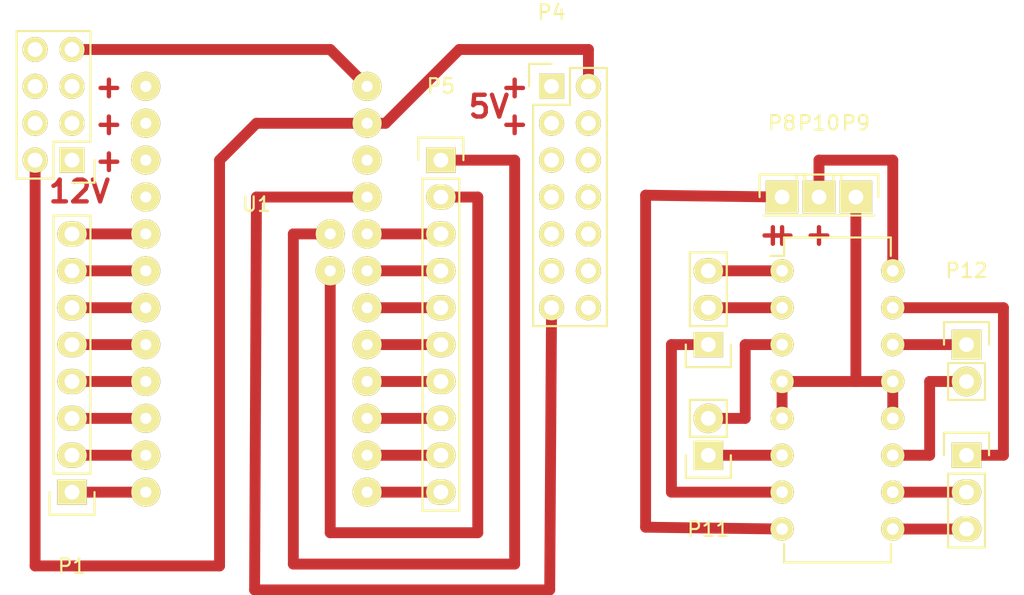
<source format=kicad_pcb>
(kicad_pcb (version 4) (host pcbnew 4.0.2+dfsg1-stable)

  (general
    (links 38)
    (no_connects 0)
    (area 0 0 0 0)
    (thickness 1.6)
    (drawings 10)
    (tracks 69)
    (zones 0)
    (modules 13)
    (nets 58)
  )

  (page A4)
  (layers
    (0 F.Cu signal)
    (31 B.Cu signal)
    (32 B.Adhes user)
    (33 F.Adhes user)
    (34 B.Paste user)
    (35 F.Paste user)
    (36 B.SilkS user)
    (37 F.SilkS user)
    (38 B.Mask user)
    (39 F.Mask user)
    (40 Dwgs.User user)
    (41 Cmts.User user)
    (42 Eco1.User user)
    (43 Eco2.User user)
    (44 Edge.Cuts user)
    (45 Margin user)
    (46 B.CrtYd user)
    (47 F.CrtYd user)
    (48 B.Fab user)
    (49 F.Fab user)
  )

  (setup
    (last_trace_width 0.75)
    (trace_clearance 0.2)
    (zone_clearance 0.508)
    (zone_45_only no)
    (trace_min 0.2)
    (segment_width 0.2)
    (edge_width 0.15)
    (via_size 0.6)
    (via_drill 0.4)
    (via_min_size 0.4)
    (via_min_drill 0.3)
    (uvia_size 0.3)
    (uvia_drill 0.1)
    (uvias_allowed no)
    (uvia_min_size 0.2)
    (uvia_min_drill 0.1)
    (pcb_text_width 0.3)
    (pcb_text_size 1.5 1.5)
    (mod_edge_width 0.15)
    (mod_text_size 1 1)
    (mod_text_width 0.15)
    (pad_size 1.524 1.524)
    (pad_drill 0.762)
    (pad_to_mask_clearance 0.2)
    (aux_axis_origin 0 0)
    (visible_elements FFFFFF7F)
    (pcbplotparams
      (layerselection 0x00030_80000001)
      (usegerberextensions false)
      (excludeedgelayer true)
      (linewidth 0.100000)
      (plotframeref false)
      (viasonmask false)
      (mode 1)
      (useauxorigin false)
      (hpglpennumber 1)
      (hpglpenspeed 20)
      (hpglpendiameter 15)
      (hpglpenoverlay 2)
      (psnegative false)
      (psa4output false)
      (plotreference true)
      (plotvalue true)
      (plotinvisibletext false)
      (padsonsilk false)
      (subtractmaskfromsilk false)
      (outputformat 1)
      (mirror false)
      (drillshape 1)
      (scaleselection 1)
      (outputdirectory ""))
  )

  (net 0 "")
  (net 1 "Net-(P6-Pad1)")
  (net 2 "Net-(P6-Pad2)")
  (net 3 "Net-(P6-Pad3)")
  (net 4 "Net-(P7-Pad1)")
  (net 5 "Net-(P7-Pad2)")
  (net 6 "Net-(P7-Pad3)")
  (net 7 "Net-(P8-Pad1)")
  (net 8 "Net-(P9-Pad1)")
  (net 9 "Net-(P10-Pad1)")
  (net 10 "Net-(P11-Pad1)")
  (net 11 "Net-(P11-Pad2)")
  (net 12 "Net-(P12-Pad1)")
  (net 13 "Net-(P12-Pad2)")
  (net 14 "Net-(P1-Pad1)")
  (net 15 "Net-(P1-Pad2)")
  (net 16 "Net-(P1-Pad3)")
  (net 17 "Net-(P1-Pad4)")
  (net 18 "Net-(P1-Pad5)")
  (net 19 "Net-(P1-Pad6)")
  (net 20 "Net-(P1-Pad7)")
  (net 21 "Net-(P1-Pad8)")
  (net 22 "Net-(P2-Pad1)")
  (net 23 "Net-(P2-Pad2)")
  (net 24 "Net-(P2-Pad3)")
  (net 25 "Net-(P2-Pad4)")
  (net 26 "Net-(P2-Pad5)")
  (net 27 "Net-(P2-Pad6)")
  (net 28 "Net-(P2-Pad7)")
  (net 29 "Net-(P2-Pad8)")
  (net 30 "Net-(P4-Pad1)")
  (net 31 "Net-(P4-Pad3)")
  (net 32 "Net-(P4-Pad4)")
  (net 33 "Net-(P4-Pad5)")
  (net 34 "Net-(P4-Pad6)")
  (net 35 "Net-(P4-Pad7)")
  (net 36 "Net-(P4-Pad8)")
  (net 37 "Net-(P4-Pad9)")
  (net 38 "Net-(P4-Pad10)")
  (net 39 "Net-(P4-Pad11)")
  (net 40 "Net-(P4-Pad12)")
  (net 41 "Net-(P4-Pad13)")
  (net 42 "Net-(P4-Pad14)")
  (net 43 "Net-(P5-Pad1)")
  (net 44 "Net-(P5-Pad2)")
  (net 45 "Net-(P5-Pad3)")
  (net 46 "Net-(P5-Pad4)")
  (net 47 "Net-(P5-Pad5)")
  (net 48 "Net-(P5-Pad6)")
  (net 49 "Net-(P5-Pad7)")
  (net 50 "Net-(P5-Pad8)")
  (net 51 "Net-(P5-Pad9)")
  (net 52 "Net-(P5-Pad10)")
  (net 53 "Net-(U1-Pad9)")
  (net 54 "Net-(U1-Pad32)")
  (net 55 "Net-(U1-Pad33)")
  (net 56 "Net-(U1-Pad34)")
  (net 57 "Net-(U1-Pad35)")

  (net_class Default "This is the default net class."
    (clearance 0.2)
    (trace_width 0.75)
    (via_dia 0.6)
    (via_drill 0.4)
    (uvia_dia 0.3)
    (uvia_drill 0.1)
    (add_net "Net-(P1-Pad1)")
    (add_net "Net-(P1-Pad2)")
    (add_net "Net-(P1-Pad3)")
    (add_net "Net-(P1-Pad4)")
    (add_net "Net-(P1-Pad5)")
    (add_net "Net-(P1-Pad6)")
    (add_net "Net-(P1-Pad7)")
    (add_net "Net-(P1-Pad8)")
    (add_net "Net-(P10-Pad1)")
    (add_net "Net-(P11-Pad1)")
    (add_net "Net-(P11-Pad2)")
    (add_net "Net-(P12-Pad1)")
    (add_net "Net-(P12-Pad2)")
    (add_net "Net-(P2-Pad1)")
    (add_net "Net-(P2-Pad2)")
    (add_net "Net-(P2-Pad3)")
    (add_net "Net-(P2-Pad4)")
    (add_net "Net-(P2-Pad5)")
    (add_net "Net-(P2-Pad6)")
    (add_net "Net-(P2-Pad7)")
    (add_net "Net-(P2-Pad8)")
    (add_net "Net-(P4-Pad1)")
    (add_net "Net-(P4-Pad10)")
    (add_net "Net-(P4-Pad11)")
    (add_net "Net-(P4-Pad12)")
    (add_net "Net-(P4-Pad13)")
    (add_net "Net-(P4-Pad14)")
    (add_net "Net-(P4-Pad3)")
    (add_net "Net-(P4-Pad4)")
    (add_net "Net-(P4-Pad5)")
    (add_net "Net-(P4-Pad6)")
    (add_net "Net-(P4-Pad7)")
    (add_net "Net-(P4-Pad8)")
    (add_net "Net-(P4-Pad9)")
    (add_net "Net-(P5-Pad1)")
    (add_net "Net-(P5-Pad10)")
    (add_net "Net-(P5-Pad2)")
    (add_net "Net-(P5-Pad3)")
    (add_net "Net-(P5-Pad4)")
    (add_net "Net-(P5-Pad5)")
    (add_net "Net-(P5-Pad6)")
    (add_net "Net-(P5-Pad7)")
    (add_net "Net-(P5-Pad8)")
    (add_net "Net-(P5-Pad9)")
    (add_net "Net-(P6-Pad1)")
    (add_net "Net-(P6-Pad2)")
    (add_net "Net-(P6-Pad3)")
    (add_net "Net-(P7-Pad1)")
    (add_net "Net-(P7-Pad2)")
    (add_net "Net-(P7-Pad3)")
    (add_net "Net-(P8-Pad1)")
    (add_net "Net-(P9-Pad1)")
    (add_net "Net-(U1-Pad32)")
    (add_net "Net-(U1-Pad33)")
    (add_net "Net-(U1-Pad34)")
    (add_net "Net-(U1-Pad35)")
    (add_net "Net-(U1-Pad9)")
  )

  (module Pin_Headers:Pin_Header_Straight_1x03 (layer F.Cu) (tedit 0) (tstamp 573AC3F8)
    (at 140.335 96.52 180)
    (descr "Through hole pin header")
    (tags "pin header")
    (path /573ACD16)
    (fp_text reference P6 (at 0 -5.1 180) (layer F.SilkS)
      (effects (font (size 1 1) (thickness 0.15)))
    )
    (fp_text value CONTROL1 (at 0 -3.1 180) (layer F.Fab)
      (effects (font (size 1 1) (thickness 0.15)))
    )
    (fp_line (start -1.75 -1.75) (end -1.75 6.85) (layer F.CrtYd) (width 0.05))
    (fp_line (start 1.75 -1.75) (end 1.75 6.85) (layer F.CrtYd) (width 0.05))
    (fp_line (start -1.75 -1.75) (end 1.75 -1.75) (layer F.CrtYd) (width 0.05))
    (fp_line (start -1.75 6.85) (end 1.75 6.85) (layer F.CrtYd) (width 0.05))
    (fp_line (start -1.27 1.27) (end -1.27 6.35) (layer F.SilkS) (width 0.15))
    (fp_line (start -1.27 6.35) (end 1.27 6.35) (layer F.SilkS) (width 0.15))
    (fp_line (start 1.27 6.35) (end 1.27 1.27) (layer F.SilkS) (width 0.15))
    (fp_line (start 1.55 -1.55) (end 1.55 0) (layer F.SilkS) (width 0.15))
    (fp_line (start 1.27 1.27) (end -1.27 1.27) (layer F.SilkS) (width 0.15))
    (fp_line (start -1.55 0) (end -1.55 -1.55) (layer F.SilkS) (width 0.15))
    (fp_line (start -1.55 -1.55) (end 1.55 -1.55) (layer F.SilkS) (width 0.15))
    (pad 1 thru_hole rect (at 0 0 180) (size 2.032 1.7272) (drill 1.016) (layers *.Cu *.Mask F.SilkS)
      (net 1 "Net-(P6-Pad1)"))
    (pad 2 thru_hole oval (at 0 2.54 180) (size 2.032 1.7272) (drill 1.016) (layers *.Cu *.Mask F.SilkS)
      (net 2 "Net-(P6-Pad2)"))
    (pad 3 thru_hole oval (at 0 5.08 180) (size 2.032 1.7272) (drill 1.016) (layers *.Cu *.Mask F.SilkS)
      (net 3 "Net-(P6-Pad3)"))
    (model Pin_Headers.3dshapes/Pin_Header_Straight_1x03.wrl
      (at (xyz 0 -0.1 0))
      (scale (xyz 1 1 1))
      (rotate (xyz 0 0 90))
    )
  )

  (module Pin_Headers:Pin_Header_Straight_1x03 (layer F.Cu) (tedit 0) (tstamp 573AC40A)
    (at 158.115 104.14)
    (descr "Through hole pin header")
    (tags "pin header")
    (path /573ACD17)
    (fp_text reference P7 (at 0 -5.1) (layer F.SilkS)
      (effects (font (size 1 1) (thickness 0.15)))
    )
    (fp_text value CONTROL2 (at 0 -3.1) (layer F.Fab)
      (effects (font (size 1 1) (thickness 0.15)))
    )
    (fp_line (start -1.75 -1.75) (end -1.75 6.85) (layer F.CrtYd) (width 0.05))
    (fp_line (start 1.75 -1.75) (end 1.75 6.85) (layer F.CrtYd) (width 0.05))
    (fp_line (start -1.75 -1.75) (end 1.75 -1.75) (layer F.CrtYd) (width 0.05))
    (fp_line (start -1.75 6.85) (end 1.75 6.85) (layer F.CrtYd) (width 0.05))
    (fp_line (start -1.27 1.27) (end -1.27 6.35) (layer F.SilkS) (width 0.15))
    (fp_line (start -1.27 6.35) (end 1.27 6.35) (layer F.SilkS) (width 0.15))
    (fp_line (start 1.27 6.35) (end 1.27 1.27) (layer F.SilkS) (width 0.15))
    (fp_line (start 1.55 -1.55) (end 1.55 0) (layer F.SilkS) (width 0.15))
    (fp_line (start 1.27 1.27) (end -1.27 1.27) (layer F.SilkS) (width 0.15))
    (fp_line (start -1.55 0) (end -1.55 -1.55) (layer F.SilkS) (width 0.15))
    (fp_line (start -1.55 -1.55) (end 1.55 -1.55) (layer F.SilkS) (width 0.15))
    (pad 1 thru_hole rect (at 0 0) (size 2.032 1.7272) (drill 1.016) (layers *.Cu *.Mask F.SilkS)
      (net 4 "Net-(P7-Pad1)"))
    (pad 2 thru_hole oval (at 0 2.54) (size 2.032 1.7272) (drill 1.016) (layers *.Cu *.Mask F.SilkS)
      (net 5 "Net-(P7-Pad2)"))
    (pad 3 thru_hole oval (at 0 5.08) (size 2.032 1.7272) (drill 1.016) (layers *.Cu *.Mask F.SilkS)
      (net 6 "Net-(P7-Pad3)"))
    (model Pin_Headers.3dshapes/Pin_Header_Straight_1x03.wrl
      (at (xyz 0 -0.1 0))
      (scale (xyz 1 1 1))
      (rotate (xyz 0 0 90))
    )
  )

  (module Pin_Headers:Pin_Header_Straight_1x01 (layer F.Cu) (tedit 54EA08DC) (tstamp 573AC417)
    (at 145.415 86.36)
    (descr "Through hole pin header")
    (tags "pin header")
    (path /573ACD14)
    (fp_text reference P8 (at 0 -5.1) (layer F.SilkS)
      (effects (font (size 1 1) (thickness 0.15)))
    )
    (fp_text value 35V (at 0 -3.1) (layer F.Fab)
      (effects (font (size 1 1) (thickness 0.15)))
    )
    (fp_line (start 1.55 -1.55) (end 1.55 0) (layer F.SilkS) (width 0.15))
    (fp_line (start -1.75 -1.75) (end -1.75 1.75) (layer F.CrtYd) (width 0.05))
    (fp_line (start 1.75 -1.75) (end 1.75 1.75) (layer F.CrtYd) (width 0.05))
    (fp_line (start -1.75 -1.75) (end 1.75 -1.75) (layer F.CrtYd) (width 0.05))
    (fp_line (start -1.75 1.75) (end 1.75 1.75) (layer F.CrtYd) (width 0.05))
    (fp_line (start -1.55 0) (end -1.55 -1.55) (layer F.SilkS) (width 0.15))
    (fp_line (start -1.55 -1.55) (end 1.55 -1.55) (layer F.SilkS) (width 0.15))
    (fp_line (start -1.27 1.27) (end 1.27 1.27) (layer F.SilkS) (width 0.15))
    (pad 1 thru_hole rect (at 0 0) (size 2.2352 2.2352) (drill 1.016) (layers *.Cu *.Mask F.SilkS)
      (net 7 "Net-(P8-Pad1)"))
    (model Pin_Headers.3dshapes/Pin_Header_Straight_1x01.wrl
      (at (xyz 0 0 0))
      (scale (xyz 1 1 1))
      (rotate (xyz 0 0 90))
    )
  )

  (module Pin_Headers:Pin_Header_Straight_1x01 (layer F.Cu) (tedit 54EA08DC) (tstamp 573AC424)
    (at 150.495 86.36)
    (descr "Through hole pin header")
    (tags "pin header")
    (path /573ACD15)
    (fp_text reference P9 (at 0 -5.1) (layer F.SilkS)
      (effects (font (size 1 1) (thickness 0.15)))
    )
    (fp_text value GND (at 0 -3.1) (layer F.Fab)
      (effects (font (size 1 1) (thickness 0.15)))
    )
    (fp_line (start 1.55 -1.55) (end 1.55 0) (layer F.SilkS) (width 0.15))
    (fp_line (start -1.75 -1.75) (end -1.75 1.75) (layer F.CrtYd) (width 0.05))
    (fp_line (start 1.75 -1.75) (end 1.75 1.75) (layer F.CrtYd) (width 0.05))
    (fp_line (start -1.75 -1.75) (end 1.75 -1.75) (layer F.CrtYd) (width 0.05))
    (fp_line (start -1.75 1.75) (end 1.75 1.75) (layer F.CrtYd) (width 0.05))
    (fp_line (start -1.55 0) (end -1.55 -1.55) (layer F.SilkS) (width 0.15))
    (fp_line (start -1.55 -1.55) (end 1.55 -1.55) (layer F.SilkS) (width 0.15))
    (fp_line (start -1.27 1.27) (end 1.27 1.27) (layer F.SilkS) (width 0.15))
    (pad 1 thru_hole rect (at 0 0) (size 2.2352 2.2352) (drill 1.016) (layers *.Cu *.Mask F.SilkS)
      (net 8 "Net-(P9-Pad1)"))
    (model Pin_Headers.3dshapes/Pin_Header_Straight_1x01.wrl
      (at (xyz 0 0 0))
      (scale (xyz 1 1 1))
      (rotate (xyz 0 0 90))
    )
  )

  (module Pin_Headers:Pin_Header_Straight_1x01 (layer F.Cu) (tedit 54EA08DC) (tstamp 573AC431)
    (at 147.955 86.36)
    (descr "Through hole pin header")
    (tags "pin header")
    (path /573ACD13)
    (fp_text reference P10 (at 0 -5.1) (layer F.SilkS)
      (effects (font (size 1 1) (thickness 0.15)))
    )
    (fp_text value 5V (at 0 -3.1) (layer F.Fab)
      (effects (font (size 1 1) (thickness 0.15)))
    )
    (fp_line (start 1.55 -1.55) (end 1.55 0) (layer F.SilkS) (width 0.15))
    (fp_line (start -1.75 -1.75) (end -1.75 1.75) (layer F.CrtYd) (width 0.05))
    (fp_line (start 1.75 -1.75) (end 1.75 1.75) (layer F.CrtYd) (width 0.05))
    (fp_line (start -1.75 -1.75) (end 1.75 -1.75) (layer F.CrtYd) (width 0.05))
    (fp_line (start -1.75 1.75) (end 1.75 1.75) (layer F.CrtYd) (width 0.05))
    (fp_line (start -1.55 0) (end -1.55 -1.55) (layer F.SilkS) (width 0.15))
    (fp_line (start -1.55 -1.55) (end 1.55 -1.55) (layer F.SilkS) (width 0.15))
    (fp_line (start -1.27 1.27) (end 1.27 1.27) (layer F.SilkS) (width 0.15))
    (pad 1 thru_hole rect (at 0 0) (size 2.2352 2.2352) (drill 1.016) (layers *.Cu *.Mask F.SilkS)
      (net 9 "Net-(P10-Pad1)"))
    (model Pin_Headers.3dshapes/Pin_Header_Straight_1x01.wrl
      (at (xyz 0 0 0))
      (scale (xyz 1 1 1))
      (rotate (xyz 0 0 90))
    )
  )

  (module Pin_Headers:Pin_Header_Straight_1x02 (layer F.Cu) (tedit 54EA090C) (tstamp 573AC442)
    (at 140.335 104.14 180)
    (descr "Through hole pin header")
    (tags "pin header")
    (path /573ACD18)
    (fp_text reference P11 (at 0 -5.1 180) (layer F.SilkS)
      (effects (font (size 1 1) (thickness 0.15)))
    )
    (fp_text value OUT1 (at 0 -3.1 180) (layer F.Fab)
      (effects (font (size 1 1) (thickness 0.15)))
    )
    (fp_line (start 1.27 1.27) (end 1.27 3.81) (layer F.SilkS) (width 0.15))
    (fp_line (start 1.55 -1.55) (end 1.55 0) (layer F.SilkS) (width 0.15))
    (fp_line (start -1.75 -1.75) (end -1.75 4.3) (layer F.CrtYd) (width 0.05))
    (fp_line (start 1.75 -1.75) (end 1.75 4.3) (layer F.CrtYd) (width 0.05))
    (fp_line (start -1.75 -1.75) (end 1.75 -1.75) (layer F.CrtYd) (width 0.05))
    (fp_line (start -1.75 4.3) (end 1.75 4.3) (layer F.CrtYd) (width 0.05))
    (fp_line (start 1.27 1.27) (end -1.27 1.27) (layer F.SilkS) (width 0.15))
    (fp_line (start -1.55 0) (end -1.55 -1.55) (layer F.SilkS) (width 0.15))
    (fp_line (start -1.55 -1.55) (end 1.55 -1.55) (layer F.SilkS) (width 0.15))
    (fp_line (start -1.27 1.27) (end -1.27 3.81) (layer F.SilkS) (width 0.15))
    (fp_line (start -1.27 3.81) (end 1.27 3.81) (layer F.SilkS) (width 0.15))
    (pad 1 thru_hole rect (at 0 0 180) (size 2.032 2.032) (drill 1.016) (layers *.Cu *.Mask F.SilkS)
      (net 10 "Net-(P11-Pad1)"))
    (pad 2 thru_hole oval (at 0 2.54 180) (size 2.032 2.032) (drill 1.016) (layers *.Cu *.Mask F.SilkS)
      (net 11 "Net-(P11-Pad2)"))
    (model Pin_Headers.3dshapes/Pin_Header_Straight_1x02.wrl
      (at (xyz 0 -0.05 0))
      (scale (xyz 1 1 1))
      (rotate (xyz 0 0 90))
    )
  )

  (module Pin_Headers:Pin_Header_Straight_1x02 (layer F.Cu) (tedit 54EA090C) (tstamp 573AC453)
    (at 158.115 96.52)
    (descr "Through hole pin header")
    (tags "pin header")
    (path /573ACD19)
    (fp_text reference P12 (at 0 -5.1) (layer F.SilkS)
      (effects (font (size 1 1) (thickness 0.15)))
    )
    (fp_text value OUT2 (at 0 -3.1) (layer F.Fab)
      (effects (font (size 1 1) (thickness 0.15)))
    )
    (fp_line (start 1.27 1.27) (end 1.27 3.81) (layer F.SilkS) (width 0.15))
    (fp_line (start 1.55 -1.55) (end 1.55 0) (layer F.SilkS) (width 0.15))
    (fp_line (start -1.75 -1.75) (end -1.75 4.3) (layer F.CrtYd) (width 0.05))
    (fp_line (start 1.75 -1.75) (end 1.75 4.3) (layer F.CrtYd) (width 0.05))
    (fp_line (start -1.75 -1.75) (end 1.75 -1.75) (layer F.CrtYd) (width 0.05))
    (fp_line (start -1.75 4.3) (end 1.75 4.3) (layer F.CrtYd) (width 0.05))
    (fp_line (start 1.27 1.27) (end -1.27 1.27) (layer F.SilkS) (width 0.15))
    (fp_line (start -1.55 0) (end -1.55 -1.55) (layer F.SilkS) (width 0.15))
    (fp_line (start -1.55 -1.55) (end 1.55 -1.55) (layer F.SilkS) (width 0.15))
    (fp_line (start -1.27 1.27) (end -1.27 3.81) (layer F.SilkS) (width 0.15))
    (fp_line (start -1.27 3.81) (end 1.27 3.81) (layer F.SilkS) (width 0.15))
    (pad 1 thru_hole rect (at 0 0) (size 2.032 2.032) (drill 1.016) (layers *.Cu *.Mask F.SilkS)
      (net 12 "Net-(P12-Pad1)"))
    (pad 2 thru_hole oval (at 0 2.54) (size 2.032 2.032) (drill 1.016) (layers *.Cu *.Mask F.SilkS)
      (net 13 "Net-(P12-Pad2)"))
    (model Pin_Headers.3dshapes/Pin_Header_Straight_1x02.wrl
      (at (xyz 0 -0.05 0))
      (scale (xyz 1 1 1))
      (rotate (xyz 0 0 90))
    )
  )

  (module Housings_DIP:DIP-16_W7.62mm (layer F.Cu) (tedit 54130A77) (tstamp 573AC472)
    (at 145.415 91.44)
    (descr "16-lead dip package, row spacing 7.62 mm (300 mils)")
    (tags "dil dip 2.54 300")
    (path /573ACD12)
    (fp_text reference U2 (at 0 -5.22) (layer F.SilkS)
      (effects (font (size 1 1) (thickness 0.15)))
    )
    (fp_text value L293D (at 0 -3.72) (layer F.Fab)
      (effects (font (size 1 1) (thickness 0.15)))
    )
    (fp_line (start -1.05 -2.45) (end -1.05 20.25) (layer F.CrtYd) (width 0.05))
    (fp_line (start 8.65 -2.45) (end 8.65 20.25) (layer F.CrtYd) (width 0.05))
    (fp_line (start -1.05 -2.45) (end 8.65 -2.45) (layer F.CrtYd) (width 0.05))
    (fp_line (start -1.05 20.25) (end 8.65 20.25) (layer F.CrtYd) (width 0.05))
    (fp_line (start 0.135 -2.295) (end 0.135 -1.025) (layer F.SilkS) (width 0.15))
    (fp_line (start 7.485 -2.295) (end 7.485 -1.025) (layer F.SilkS) (width 0.15))
    (fp_line (start 7.485 20.075) (end 7.485 18.805) (layer F.SilkS) (width 0.15))
    (fp_line (start 0.135 20.075) (end 0.135 18.805) (layer F.SilkS) (width 0.15))
    (fp_line (start 0.135 -2.295) (end 7.485 -2.295) (layer F.SilkS) (width 0.15))
    (fp_line (start 0.135 20.075) (end 7.485 20.075) (layer F.SilkS) (width 0.15))
    (fp_line (start 0.135 -1.025) (end -0.8 -1.025) (layer F.SilkS) (width 0.15))
    (pad 1 thru_hole oval (at 0 0) (size 1.6 1.6) (drill 0.8) (layers *.Cu *.Mask F.SilkS)
      (net 3 "Net-(P6-Pad3)"))
    (pad 2 thru_hole oval (at 0 2.54) (size 1.6 1.6) (drill 0.8) (layers *.Cu *.Mask F.SilkS)
      (net 2 "Net-(P6-Pad2)"))
    (pad 3 thru_hole oval (at 0 5.08) (size 1.6 1.6) (drill 0.8) (layers *.Cu *.Mask F.SilkS)
      (net 11 "Net-(P11-Pad2)"))
    (pad 4 thru_hole oval (at 0 7.62) (size 1.6 1.6) (drill 0.8) (layers *.Cu *.Mask F.SilkS)
      (net 8 "Net-(P9-Pad1)"))
    (pad 5 thru_hole oval (at 0 10.16) (size 1.6 1.6) (drill 0.8) (layers *.Cu *.Mask F.SilkS)
      (net 8 "Net-(P9-Pad1)"))
    (pad 6 thru_hole oval (at 0 12.7) (size 1.6 1.6) (drill 0.8) (layers *.Cu *.Mask F.SilkS)
      (net 10 "Net-(P11-Pad1)"))
    (pad 7 thru_hole oval (at 0 15.24) (size 1.6 1.6) (drill 0.8) (layers *.Cu *.Mask F.SilkS)
      (net 1 "Net-(P6-Pad1)"))
    (pad 8 thru_hole oval (at 0 17.78) (size 1.6 1.6) (drill 0.8) (layers *.Cu *.Mask F.SilkS)
      (net 7 "Net-(P8-Pad1)"))
    (pad 9 thru_hole oval (at 7.62 17.78) (size 1.6 1.6) (drill 0.8) (layers *.Cu *.Mask F.SilkS)
      (net 6 "Net-(P7-Pad3)"))
    (pad 10 thru_hole oval (at 7.62 15.24) (size 1.6 1.6) (drill 0.8) (layers *.Cu *.Mask F.SilkS)
      (net 5 "Net-(P7-Pad2)"))
    (pad 11 thru_hole oval (at 7.62 12.7) (size 1.6 1.6) (drill 0.8) (layers *.Cu *.Mask F.SilkS)
      (net 13 "Net-(P12-Pad2)"))
    (pad 12 thru_hole oval (at 7.62 10.16) (size 1.6 1.6) (drill 0.8) (layers *.Cu *.Mask F.SilkS)
      (net 8 "Net-(P9-Pad1)"))
    (pad 13 thru_hole oval (at 7.62 7.62) (size 1.6 1.6) (drill 0.8) (layers *.Cu *.Mask F.SilkS)
      (net 8 "Net-(P9-Pad1)"))
    (pad 14 thru_hole oval (at 7.62 5.08) (size 1.6 1.6) (drill 0.8) (layers *.Cu *.Mask F.SilkS)
      (net 12 "Net-(P12-Pad1)"))
    (pad 15 thru_hole oval (at 7.62 2.54) (size 1.6 1.6) (drill 0.8) (layers *.Cu *.Mask F.SilkS)
      (net 4 "Net-(P7-Pad1)"))
    (pad 16 thru_hole oval (at 7.62 0) (size 1.6 1.6) (drill 0.8) (layers *.Cu *.Mask F.SilkS)
      (net 9 "Net-(P10-Pad1)"))
    (model Housings_DIP.3dshapes/DIP-16_W7.62mm.wrl
      (at (xyz 0 0 0))
      (scale (xyz 1 1 1))
      (rotate (xyz 0 0 0))
    )
  )

  (module Pin_Headers:Pin_Header_Straight_1x08 (layer F.Cu) (tedit 0) (tstamp 573C5D4C)
    (at 96.52 106.68 180)
    (descr "Through hole pin header")
    (tags "pin header")
    (path /573AC3EE)
    (fp_text reference P1 (at 0 -5.1 180) (layer F.SilkS)
      (effects (font (size 1 1) (thickness 0.15)))
    )
    (fp_text value CONN_01X08 (at 0 -3.1 180) (layer F.Fab)
      (effects (font (size 1 1) (thickness 0.15)))
    )
    (fp_line (start -1.75 -1.75) (end -1.75 19.55) (layer F.CrtYd) (width 0.05))
    (fp_line (start 1.75 -1.75) (end 1.75 19.55) (layer F.CrtYd) (width 0.05))
    (fp_line (start -1.75 -1.75) (end 1.75 -1.75) (layer F.CrtYd) (width 0.05))
    (fp_line (start -1.75 19.55) (end 1.75 19.55) (layer F.CrtYd) (width 0.05))
    (fp_line (start 1.27 1.27) (end 1.27 19.05) (layer F.SilkS) (width 0.15))
    (fp_line (start 1.27 19.05) (end -1.27 19.05) (layer F.SilkS) (width 0.15))
    (fp_line (start -1.27 19.05) (end -1.27 1.27) (layer F.SilkS) (width 0.15))
    (fp_line (start 1.55 -1.55) (end 1.55 0) (layer F.SilkS) (width 0.15))
    (fp_line (start 1.27 1.27) (end -1.27 1.27) (layer F.SilkS) (width 0.15))
    (fp_line (start -1.55 0) (end -1.55 -1.55) (layer F.SilkS) (width 0.15))
    (fp_line (start -1.55 -1.55) (end 1.55 -1.55) (layer F.SilkS) (width 0.15))
    (pad 1 thru_hole rect (at 0 0 180) (size 2.032 1.7272) (drill 1.016) (layers *.Cu *.Mask F.SilkS)
      (net 14 "Net-(P1-Pad1)"))
    (pad 2 thru_hole oval (at 0 2.54 180) (size 2.032 1.7272) (drill 1.016) (layers *.Cu *.Mask F.SilkS)
      (net 15 "Net-(P1-Pad2)"))
    (pad 3 thru_hole oval (at 0 5.08 180) (size 2.032 1.7272) (drill 1.016) (layers *.Cu *.Mask F.SilkS)
      (net 16 "Net-(P1-Pad3)"))
    (pad 4 thru_hole oval (at 0 7.62 180) (size 2.032 1.7272) (drill 1.016) (layers *.Cu *.Mask F.SilkS)
      (net 17 "Net-(P1-Pad4)"))
    (pad 5 thru_hole oval (at 0 10.16 180) (size 2.032 1.7272) (drill 1.016) (layers *.Cu *.Mask F.SilkS)
      (net 18 "Net-(P1-Pad5)"))
    (pad 6 thru_hole oval (at 0 12.7 180) (size 2.032 1.7272) (drill 1.016) (layers *.Cu *.Mask F.SilkS)
      (net 19 "Net-(P1-Pad6)"))
    (pad 7 thru_hole oval (at 0 15.24 180) (size 2.032 1.7272) (drill 1.016) (layers *.Cu *.Mask F.SilkS)
      (net 20 "Net-(P1-Pad7)"))
    (pad 8 thru_hole oval (at 0 17.78 180) (size 2.032 1.7272) (drill 1.016) (layers *.Cu *.Mask F.SilkS)
      (net 21 "Net-(P1-Pad8)"))
    (model Pin_Headers.3dshapes/Pin_Header_Straight_1x08.wrl
      (at (xyz 0 -0.35 0))
      (scale (xyz 1 1 1))
      (rotate (xyz 0 0 90))
    )
  )

  (module Pin_Headers:Pin_Header_Straight_2x07 (layer F.Cu) (tedit 0) (tstamp 573C5D88)
    (at 129.54 78.74)
    (descr "Through hole pin header")
    (tags "pin header")
    (path /573AD732)
    (fp_text reference P4 (at 0 -5.1) (layer F.SilkS)
      (effects (font (size 1 1) (thickness 0.15)))
    )
    (fp_text value CONN_02X07 (at 0 -3.1) (layer F.Fab)
      (effects (font (size 1 1) (thickness 0.15)))
    )
    (fp_line (start -1.75 -1.75) (end -1.75 17) (layer F.CrtYd) (width 0.05))
    (fp_line (start 4.3 -1.75) (end 4.3 17) (layer F.CrtYd) (width 0.05))
    (fp_line (start -1.75 -1.75) (end 4.3 -1.75) (layer F.CrtYd) (width 0.05))
    (fp_line (start -1.75 17) (end 4.3 17) (layer F.CrtYd) (width 0.05))
    (fp_line (start 3.81 16.51) (end 3.81 -1.27) (layer F.SilkS) (width 0.15))
    (fp_line (start -1.27 1.27) (end -1.27 16.51) (layer F.SilkS) (width 0.15))
    (fp_line (start 3.81 16.51) (end -1.27 16.51) (layer F.SilkS) (width 0.15))
    (fp_line (start 3.81 -1.27) (end 1.27 -1.27) (layer F.SilkS) (width 0.15))
    (fp_line (start 0 -1.55) (end -1.55 -1.55) (layer F.SilkS) (width 0.15))
    (fp_line (start 1.27 -1.27) (end 1.27 1.27) (layer F.SilkS) (width 0.15))
    (fp_line (start 1.27 1.27) (end -1.27 1.27) (layer F.SilkS) (width 0.15))
    (fp_line (start -1.55 -1.55) (end -1.55 0) (layer F.SilkS) (width 0.15))
    (pad 1 thru_hole rect (at 0 0) (size 1.7272 1.7272) (drill 1.016) (layers *.Cu *.Mask F.SilkS)
      (net 30 "Net-(P4-Pad1)"))
    (pad 2 thru_hole oval (at 2.54 0) (size 1.7272 1.7272) (drill 1.016) (layers *.Cu *.Mask F.SilkS)
      (net 23 "Net-(P2-Pad2)"))
    (pad 3 thru_hole oval (at 0 2.54) (size 1.7272 1.7272) (drill 1.016) (layers *.Cu *.Mask F.SilkS)
      (net 31 "Net-(P4-Pad3)"))
    (pad 4 thru_hole oval (at 2.54 2.54) (size 1.7272 1.7272) (drill 1.016) (layers *.Cu *.Mask F.SilkS)
      (net 32 "Net-(P4-Pad4)"))
    (pad 5 thru_hole oval (at 0 5.08) (size 1.7272 1.7272) (drill 1.016) (layers *.Cu *.Mask F.SilkS)
      (net 33 "Net-(P4-Pad5)"))
    (pad 6 thru_hole oval (at 2.54 5.08) (size 1.7272 1.7272) (drill 1.016) (layers *.Cu *.Mask F.SilkS)
      (net 34 "Net-(P4-Pad6)"))
    (pad 7 thru_hole oval (at 0 7.62) (size 1.7272 1.7272) (drill 1.016) (layers *.Cu *.Mask F.SilkS)
      (net 35 "Net-(P4-Pad7)"))
    (pad 8 thru_hole oval (at 2.54 7.62) (size 1.7272 1.7272) (drill 1.016) (layers *.Cu *.Mask F.SilkS)
      (net 36 "Net-(P4-Pad8)"))
    (pad 9 thru_hole oval (at 0 10.16) (size 1.7272 1.7272) (drill 1.016) (layers *.Cu *.Mask F.SilkS)
      (net 37 "Net-(P4-Pad9)"))
    (pad 10 thru_hole oval (at 2.54 10.16) (size 1.7272 1.7272) (drill 1.016) (layers *.Cu *.Mask F.SilkS)
      (net 38 "Net-(P4-Pad10)"))
    (pad 11 thru_hole oval (at 0 12.7) (size 1.7272 1.7272) (drill 1.016) (layers *.Cu *.Mask F.SilkS)
      (net 39 "Net-(P4-Pad11)"))
    (pad 12 thru_hole oval (at 2.54 12.7) (size 1.7272 1.7272) (drill 1.016) (layers *.Cu *.Mask F.SilkS)
      (net 40 "Net-(P4-Pad12)"))
    (pad 13 thru_hole oval (at 0 15.24) (size 1.7272 1.7272) (drill 1.016) (layers *.Cu *.Mask F.SilkS)
      (net 41 "Net-(P4-Pad13)"))
    (pad 14 thru_hole oval (at 2.54 15.24) (size 1.7272 1.7272) (drill 1.016) (layers *.Cu *.Mask F.SilkS)
      (net 42 "Net-(P4-Pad14)"))
    (model Pin_Headers.3dshapes/Pin_Header_Straight_2x07.wrl
      (at (xyz 0.05 -0.3 0))
      (scale (xyz 1 1 1))
      (rotate (xyz 0 0 90))
    )
  )

  (module Pin_Headers:Pin_Header_Straight_1x10 (layer F.Cu) (tedit 0) (tstamp 573C5DA1)
    (at 121.92 83.82)
    (descr "Through hole pin header")
    (tags "pin header")
    (path /573AC174)
    (fp_text reference P5 (at 0 -5.1) (layer F.SilkS)
      (effects (font (size 1 1) (thickness 0.15)))
    )
    (fp_text value CONN_01X10 (at 0 -3.1) (layer F.Fab)
      (effects (font (size 1 1) (thickness 0.15)))
    )
    (fp_line (start -1.75 -1.75) (end -1.75 24.65) (layer F.CrtYd) (width 0.05))
    (fp_line (start 1.75 -1.75) (end 1.75 24.65) (layer F.CrtYd) (width 0.05))
    (fp_line (start -1.75 -1.75) (end 1.75 -1.75) (layer F.CrtYd) (width 0.05))
    (fp_line (start -1.75 24.65) (end 1.75 24.65) (layer F.CrtYd) (width 0.05))
    (fp_line (start 1.27 1.27) (end 1.27 24.13) (layer F.SilkS) (width 0.15))
    (fp_line (start 1.27 24.13) (end -1.27 24.13) (layer F.SilkS) (width 0.15))
    (fp_line (start -1.27 24.13) (end -1.27 1.27) (layer F.SilkS) (width 0.15))
    (fp_line (start 1.55 -1.55) (end 1.55 0) (layer F.SilkS) (width 0.15))
    (fp_line (start 1.27 1.27) (end -1.27 1.27) (layer F.SilkS) (width 0.15))
    (fp_line (start -1.55 0) (end -1.55 -1.55) (layer F.SilkS) (width 0.15))
    (fp_line (start -1.55 -1.55) (end 1.55 -1.55) (layer F.SilkS) (width 0.15))
    (pad 1 thru_hole rect (at 0 0) (size 2.032 1.7272) (drill 1.016) (layers *.Cu *.Mask F.SilkS)
      (net 43 "Net-(P5-Pad1)"))
    (pad 2 thru_hole oval (at 0 2.54) (size 2.032 1.7272) (drill 1.016) (layers *.Cu *.Mask F.SilkS)
      (net 44 "Net-(P5-Pad2)"))
    (pad 3 thru_hole oval (at 0 5.08) (size 2.032 1.7272) (drill 1.016) (layers *.Cu *.Mask F.SilkS)
      (net 45 "Net-(P5-Pad3)"))
    (pad 4 thru_hole oval (at 0 7.62) (size 2.032 1.7272) (drill 1.016) (layers *.Cu *.Mask F.SilkS)
      (net 46 "Net-(P5-Pad4)"))
    (pad 5 thru_hole oval (at 0 10.16) (size 2.032 1.7272) (drill 1.016) (layers *.Cu *.Mask F.SilkS)
      (net 47 "Net-(P5-Pad5)"))
    (pad 6 thru_hole oval (at 0 12.7) (size 2.032 1.7272) (drill 1.016) (layers *.Cu *.Mask F.SilkS)
      (net 48 "Net-(P5-Pad6)"))
    (pad 7 thru_hole oval (at 0 15.24) (size 2.032 1.7272) (drill 1.016) (layers *.Cu *.Mask F.SilkS)
      (net 49 "Net-(P5-Pad7)"))
    (pad 8 thru_hole oval (at 0 17.78) (size 2.032 1.7272) (drill 1.016) (layers *.Cu *.Mask F.SilkS)
      (net 50 "Net-(P5-Pad8)"))
    (pad 9 thru_hole oval (at 0 20.32) (size 2.032 1.7272) (drill 1.016) (layers *.Cu *.Mask F.SilkS)
      (net 51 "Net-(P5-Pad9)"))
    (pad 10 thru_hole oval (at 0 22.86) (size 2.032 1.7272) (drill 1.016) (layers *.Cu *.Mask F.SilkS)
      (net 52 "Net-(P5-Pad10)"))
    (model Pin_Headers.3dshapes/Pin_Header_Straight_1x10.wrl
      (at (xyz 0 -0.45 0))
      (scale (xyz 1 1 1))
      (rotate (xyz 0 0 90))
    )
  )

  (module bugs:arduino_mini_pro (layer F.Cu) (tedit 573AC46D) (tstamp 573C5DBF)
    (at 109.22 86.36)
    (path /573AC110)
    (fp_text reference U1 (at 0 0.5) (layer F.SilkS)
      (effects (font (size 1 1) (thickness 0.15)))
    )
    (fp_text value Arduino_Mini (at 0 -0.5) (layer F.Fab)
      (effects (font (size 1 1) (thickness 0.15)))
    )
    (pad 7 thru_hole circle (at 7.62 -7.62) (size 2 2) (drill 0.762) (layers *.Cu *.Mask F.SilkS)
      (net 28 "Net-(P2-Pad7)"))
    (pad 8 thru_hole circle (at 7.62 -5.08) (size 2 2) (drill 0.762) (layers *.Cu *.Mask F.SilkS)
      (net 23 "Net-(P2-Pad2)"))
    (pad 9 thru_hole circle (at 7.62 -2.54) (size 2 2) (drill 0.762) (layers *.Cu *.Mask F.SilkS)
      (net 53 "Net-(U1-Pad9)"))
    (pad 10 thru_hole circle (at 7.62 0) (size 2 2) (drill 0.762) (layers *.Cu *.Mask F.SilkS)
      (net 41 "Net-(P4-Pad13)"))
    (pad 11 thru_hole circle (at 7.62 2.54) (size 2 2) (drill 0.762) (layers *.Cu *.Mask F.SilkS)
      (net 45 "Net-(P5-Pad3)"))
    (pad 15 thru_hole circle (at 7.62 12.7) (size 2 2) (drill 0.762) (layers *.Cu *.Mask F.SilkS)
      (net 49 "Net-(P5-Pad7)"))
    (pad 16 thru_hole circle (at 7.62 15.24) (size 2 2) (drill 0.762) (layers *.Cu *.Mask F.SilkS)
      (net 50 "Net-(P5-Pad8)"))
    (pad 17 thru_hole circle (at 7.62 17.78) (size 2 2) (drill 0.762) (layers *.Cu *.Mask F.SilkS)
      (net 51 "Net-(P5-Pad9)"))
    (pad 18 thru_hole circle (at 7.62 20.32) (size 2 2) (drill 0.762) (layers *.Cu *.Mask F.SilkS)
      (net 52 "Net-(P5-Pad10)"))
    (pad 22 thru_hole circle (at 5.08 2.54) (size 2 2) (drill 0.762) (layers *.Cu *.Mask F.SilkS)
      (net 43 "Net-(P5-Pad1)"))
    (pad 23 thru_hole circle (at 5.08 5.08) (size 2 2) (drill 0.762) (layers *.Cu *.Mask F.SilkS)
      (net 44 "Net-(P5-Pad2)"))
    (pad 27 thru_hole circle (at -7.62 12.7) (size 2 2) (drill 0.762) (layers *.Cu *.Mask F.SilkS)
      (net 17 "Net-(P1-Pad4)"))
    (pad 28 thru_hole circle (at -7.62 10.16) (size 2 2) (drill 0.762) (layers *.Cu *.Mask F.SilkS)
      (net 18 "Net-(P1-Pad5)"))
    (pad 29 thru_hole circle (at -7.62 7.62) (size 2 2) (drill 0.762) (layers *.Cu *.Mask F.SilkS)
      (net 19 "Net-(P1-Pad6)"))
    (pad 30 thru_hole circle (at -7.62 5.08) (size 2 2) (drill 0.762) (layers *.Cu *.Mask F.SilkS)
      (net 20 "Net-(P1-Pad7)"))
    (pad 31 thru_hole circle (at -7.62 2.54) (size 2 2) (drill 0.762) (layers *.Cu *.Mask F.SilkS)
      (net 21 "Net-(P1-Pad8)"))
    (pad 32 thru_hole circle (at -7.62 0) (size 2 2) (drill 0.762) (layers *.Cu *.Mask F.SilkS)
      (net 54 "Net-(U1-Pad32)"))
    (pad 33 thru_hole circle (at -7.62 -2.54) (size 2 2) (drill 0.762) (layers *.Cu *.Mask F.SilkS)
      (net 55 "Net-(U1-Pad33)"))
    (pad 34 thru_hole circle (at -7.62 -5.08) (size 2 2) (drill 0.762) (layers *.Cu *.Mask F.SilkS)
      (net 56 "Net-(U1-Pad34)"))
    (pad 35 thru_hole circle (at -7.62 -7.62) (size 2 2) (drill 0.762) (layers *.Cu *.Mask F.SilkS)
      (net 57 "Net-(U1-Pad35)"))
    (pad 26 thru_hole circle (at -7.62 15.24) (size 2 2) (drill 0.762) (layers *.Cu *.Mask F.SilkS)
      (net 16 "Net-(P1-Pad3)"))
    (pad 25 thru_hole circle (at -7.62 17.78) (size 2 2) (drill 0.762) (layers *.Cu *.Mask F.SilkS)
      (net 15 "Net-(P1-Pad2)"))
    (pad 24 thru_hole circle (at -7.62 20.32) (size 2 2) (drill 0.762) (layers *.Cu *.Mask F.SilkS)
      (net 14 "Net-(P1-Pad1)"))
    (pad 12 thru_hole circle (at 7.62 5.08) (size 2 2) (drill 0.762) (layers *.Cu *.Mask F.SilkS)
      (net 46 "Net-(P5-Pad4)"))
    (pad 13 thru_hole circle (at 7.62 7.62) (size 2 2) (drill 0.762) (layers *.Cu *.Mask F.SilkS)
      (net 47 "Net-(P5-Pad5)"))
    (pad 14 thru_hole circle (at 7.62 10.16) (size 2 2) (drill 0.762) (layers *.Cu *.Mask F.SilkS)
      (net 48 "Net-(P5-Pad6)"))
  )

  (module Pin_Headers:Pin_Header_Straight_2x04 (layer F.Cu) (tedit 0) (tstamp 573CC387)
    (at 96.52 83.82 180)
    (descr "Through hole pin header")
    (tags "pin header")
    (path /573AE72D)
    (fp_text reference P2 (at 0 -5.1 180) (layer F.SilkS)
      (effects (font (size 1 1) (thickness 0.15)))
    )
    (fp_text value CONN_02X04 (at 0 -3.1 180) (layer F.Fab)
      (effects (font (size 1 1) (thickness 0.15)))
    )
    (fp_line (start -1.75 -1.75) (end -1.75 9.4) (layer F.CrtYd) (width 0.05))
    (fp_line (start 4.3 -1.75) (end 4.3 9.4) (layer F.CrtYd) (width 0.05))
    (fp_line (start -1.75 -1.75) (end 4.3 -1.75) (layer F.CrtYd) (width 0.05))
    (fp_line (start -1.75 9.4) (end 4.3 9.4) (layer F.CrtYd) (width 0.05))
    (fp_line (start -1.27 1.27) (end -1.27 8.89) (layer F.SilkS) (width 0.15))
    (fp_line (start -1.27 8.89) (end 3.81 8.89) (layer F.SilkS) (width 0.15))
    (fp_line (start 3.81 8.89) (end 3.81 -1.27) (layer F.SilkS) (width 0.15))
    (fp_line (start 3.81 -1.27) (end 1.27 -1.27) (layer F.SilkS) (width 0.15))
    (fp_line (start 0 -1.55) (end -1.55 -1.55) (layer F.SilkS) (width 0.15))
    (fp_line (start 1.27 -1.27) (end 1.27 1.27) (layer F.SilkS) (width 0.15))
    (fp_line (start 1.27 1.27) (end -1.27 1.27) (layer F.SilkS) (width 0.15))
    (fp_line (start -1.55 -1.55) (end -1.55 0) (layer F.SilkS) (width 0.15))
    (pad 1 thru_hole rect (at 0 0 180) (size 1.7272 1.7272) (drill 1.016) (layers *.Cu *.Mask F.SilkS)
      (net 22 "Net-(P2-Pad1)"))
    (pad 2 thru_hole oval (at 2.54 0 180) (size 1.7272 1.7272) (drill 1.016) (layers *.Cu *.Mask F.SilkS)
      (net 23 "Net-(P2-Pad2)"))
    (pad 3 thru_hole oval (at 0 2.54 180) (size 1.7272 1.7272) (drill 1.016) (layers *.Cu *.Mask F.SilkS)
      (net 24 "Net-(P2-Pad3)"))
    (pad 4 thru_hole oval (at 2.54 2.54 180) (size 1.7272 1.7272) (drill 1.016) (layers *.Cu *.Mask F.SilkS)
      (net 25 "Net-(P2-Pad4)"))
    (pad 5 thru_hole oval (at 0 5.08 180) (size 1.7272 1.7272) (drill 1.016) (layers *.Cu *.Mask F.SilkS)
      (net 26 "Net-(P2-Pad5)"))
    (pad 6 thru_hole oval (at 2.54 5.08 180) (size 1.7272 1.7272) (drill 1.016) (layers *.Cu *.Mask F.SilkS)
      (net 27 "Net-(P2-Pad6)"))
    (pad 7 thru_hole oval (at 0 7.62 180) (size 1.7272 1.7272) (drill 1.016) (layers *.Cu *.Mask F.SilkS)
      (net 28 "Net-(P2-Pad7)"))
    (pad 8 thru_hole oval (at 2.54 7.62 180) (size 1.7272 1.7272) (drill 1.016) (layers *.Cu *.Mask F.SilkS)
      (net 29 "Net-(P2-Pad8)"))
    (model Pin_Headers.3dshapes/Pin_Header_Straight_2x04.wrl
      (at (xyz 0.05 -0.15 0))
      (scale (xyz 1 1 1))
      (rotate (xyz 0 0 90))
    )
  )

  (gr_text 5V (at 125.222 80.137) (layer F.Cu)
    (effects (font (size 1.5 1.5) (thickness 0.3)))
  )
  (gr_text 12V (at 97.028 85.979) (layer F.Cu)
    (effects (font (size 1.5 1.5) (thickness 0.3)))
  )
  (gr_text + (at 144.78 88.9) (layer F.Cu)
    (effects (font (size 1.5 1.5) (thickness 0.3)))
  )
  (gr_text + (at 147.955 88.9) (layer F.Cu)
    (effects (font (size 1.5 1.5) (thickness 0.3)))
  )
  (gr_text + (at 145.415 88.9) (layer F.Cu)
    (effects (font (size 1.5 1.5) (thickness 0.3)))
  )
  (gr_text + (at 127 81.28) (layer F.Cu)
    (effects (font (size 1.5 1.5) (thickness 0.3)))
  )
  (gr_text + (at 127 78.74) (layer F.Cu)
    (effects (font (size 1.5 1.5) (thickness 0.3)))
  )
  (gr_text + (at 99.06 83.82) (layer F.Cu)
    (effects (font (size 1.5 1.5) (thickness 0.3)))
  )
  (gr_text + (at 99.06 81.28) (layer F.Cu)
    (effects (font (size 1.5 1.5) (thickness 0.3)))
  )
  (gr_text + (at 99.06 78.74) (layer F.Cu)
    (effects (font (size 1.5 1.5) (thickness 0.3)))
  )

  (segment (start 140.335 96.52) (end 137.795 96.52) (width 0.75) (layer F.Cu) (net 1))
  (segment (start 137.795 106.68) (end 145.415 106.68) (width 0.75) (layer F.Cu) (net 1) (tstamp 573C5FB7))
  (segment (start 137.795 96.52) (end 137.795 106.68) (width 0.75) (layer F.Cu) (net 1) (tstamp 573C5FB6))
  (segment (start 145.415 93.98) (end 140.335 93.98) (width 0.75) (layer F.Cu) (net 2))
  (segment (start 140.335 91.44) (end 145.415 91.44) (width 0.75) (layer F.Cu) (net 3))
  (segment (start 158.115 104.14) (end 160.655 104.14) (width 0.75) (layer F.Cu) (net 4))
  (segment (start 160.655 93.98) (end 153.035 93.98) (width 0.75) (layer F.Cu) (net 4) (tstamp 573C5FA9))
  (segment (start 160.655 104.14) (end 160.655 93.98) (width 0.75) (layer F.Cu) (net 4) (tstamp 573C5FA8))
  (segment (start 158.115 106.68) (end 153.035 106.68) (width 0.75) (layer F.Cu) (net 5))
  (segment (start 153.035 109.22) (end 158.115 109.22) (width 0.75) (layer F.Cu) (net 6))
  (segment (start 145.415 86.36) (end 136.017 86.233) (width 0.75) (layer F.Cu) (net 7))
  (segment (start 136.017 109.093) (end 145.415 109.22) (width 0.75) (layer F.Cu) (net 7) (tstamp 573C5FF2))
  (segment (start 136.017 86.233) (end 136.017 109.093) (width 0.75) (layer F.Cu) (net 7) (tstamp 573C5FF1))
  (segment (start 150.495 99.06) (end 150.495 86.36) (width 0.75) (layer F.Cu) (net 8))
  (segment (start 145.415 99.06) (end 150.495 99.06) (width 0.75) (layer F.Cu) (net 8))
  (segment (start 150.495 99.06) (end 153.035 99.06) (width 0.75) (layer F.Cu) (net 8) (tstamp 573C5FD2))
  (segment (start 145.415 99.06) (end 145.415 101.6) (width 0.75) (layer F.Cu) (net 8))
  (segment (start 153.035 101.6) (end 153.035 99.06) (width 0.75) (layer F.Cu) (net 8))
  (segment (start 147.955 86.36) (end 147.955 83.82) (width 0.75) (layer F.Cu) (net 9))
  (segment (start 153.035 83.82) (end 153.035 91.44) (width 0.75) (layer F.Cu) (net 9) (tstamp 573C5FF9))
  (segment (start 147.955 83.82) (end 153.035 83.82) (width 0.75) (layer F.Cu) (net 9) (tstamp 573C5FF8))
  (segment (start 140.335 104.14) (end 145.415 104.14) (width 0.75) (layer F.Cu) (net 10))
  (segment (start 140.335 101.6) (end 142.875 101.6) (width 0.75) (layer F.Cu) (net 11))
  (segment (start 142.875 96.52) (end 145.415 96.52) (width 0.75) (layer F.Cu) (net 11) (tstamp 573C5FB3))
  (segment (start 142.875 101.6) (end 142.875 96.52) (width 0.75) (layer F.Cu) (net 11) (tstamp 573C5FB2))
  (segment (start 158.115 96.52) (end 153.035 96.52) (width 0.75) (layer F.Cu) (net 12))
  (segment (start 158.115 99.06) (end 155.575 99.06) (width 0.75) (layer F.Cu) (net 13))
  (segment (start 155.575 104.14) (end 153.035 104.14) (width 0.75) (layer F.Cu) (net 13) (tstamp 573C5F9A))
  (segment (start 155.575 99.06) (end 155.575 104.14) (width 0.75) (layer F.Cu) (net 13) (tstamp 573C5F99))
  (segment (start 101.6 106.68) (end 96.52 106.68) (width 0.75) (layer F.Cu) (net 14))
  (segment (start 96.52 104.14) (end 101.6 104.14) (width 0.75) (layer F.Cu) (net 15))
  (segment (start 96.52 101.6) (end 101.6 101.6) (width 0.75) (layer F.Cu) (net 16))
  (segment (start 101.6 99.06) (end 96.52 99.06) (width 0.75) (layer F.Cu) (net 17))
  (segment (start 96.52 96.52) (end 101.6 96.52) (width 0.75) (layer F.Cu) (net 18))
  (segment (start 101.6 93.98) (end 96.52 93.98) (width 0.75) (layer F.Cu) (net 19))
  (segment (start 96.52 91.44) (end 101.6 91.44) (width 0.75) (layer F.Cu) (net 20))
  (segment (start 101.6 88.9) (end 96.52 88.9) (width 0.75) (layer F.Cu) (net 21))
  (segment (start 93.98 83.82) (end 93.98 111.76) (width 0.75) (layer F.Cu) (net 23))
  (segment (start 109.22 81.28) (end 116.84 81.28) (width 0.75) (layer F.Cu) (net 23) (tstamp 573CC44B))
  (segment (start 106.68 83.82) (end 109.22 81.28) (width 0.75) (layer F.Cu) (net 23) (tstamp 573CC44A))
  (segment (start 106.68 111.76) (end 106.68 83.82) (width 0.75) (layer F.Cu) (net 23) (tstamp 573CC449))
  (segment (start 93.98 111.76) (end 106.68 111.76) (width 0.75) (layer F.Cu) (net 23) (tstamp 573CC448))
  (segment (start 132.08 78.74) (end 132.08 76.2) (width 0.75) (layer F.Cu) (net 23))
  (segment (start 118.11 81.28) (end 116.84 81.28) (width 0.75) (layer F.Cu) (net 23) (tstamp 573CC445))
  (segment (start 123.19 76.2) (end 118.11 81.28) (width 0.75) (layer F.Cu) (net 23) (tstamp 573CC444))
  (segment (start 132.08 76.2) (end 123.19 76.2) (width 0.75) (layer F.Cu) (net 23) (tstamp 573CC443))
  (segment (start 96.52 76.2) (end 114.3 76.2) (width 0.75) (layer F.Cu) (net 28))
  (segment (start 114.3 76.2) (end 116.84 78.74) (width 0.75) (layer F.Cu) (net 28) (tstamp 573CC43F))
  (segment (start 129.54 93.98) (end 129.413 113.411) (width 0.75) (layer F.Cu) (net 41))
  (segment (start 109.22 86.36) (end 116.84 86.36) (width 0.75) (layer F.Cu) (net 41) (tstamp 573CC43C))
  (segment (start 109.093 113.411) (end 109.22 86.36) (width 0.75) (layer F.Cu) (net 41) (tstamp 573CC43B))
  (segment (start 129.413 113.411) (end 109.093 113.411) (width 0.75) (layer F.Cu) (net 41) (tstamp 573CC43A))
  (segment (start 114.3 88.9) (end 111.76 88.9) (width 0.75) (layer F.Cu) (net 43))
  (segment (start 127 83.82) (end 121.92 83.82) (width 0.75) (layer F.Cu) (net 43) (tstamp 573C6017))
  (segment (start 127 111.633) (end 127 83.82) (width 0.75) (layer F.Cu) (net 43) (tstamp 573C6016))
  (segment (start 111.76 111.633) (end 127 111.633) (width 0.75) (layer F.Cu) (net 43) (tstamp 573C6015))
  (segment (start 111.76 88.9) (end 111.76 111.633) (width 0.75) (layer F.Cu) (net 43) (tstamp 573C6014))
  (segment (start 114.3 91.44) (end 114.3 109.474) (width 0.75) (layer F.Cu) (net 44))
  (segment (start 124.46 86.36) (end 121.92 86.36) (width 0.75) (layer F.Cu) (net 44) (tstamp 573C6011))
  (segment (start 124.46 109.474) (end 124.46 86.36) (width 0.75) (layer F.Cu) (net 44) (tstamp 573C6010))
  (segment (start 114.3 109.474) (end 124.46 109.474) (width 0.75) (layer F.Cu) (net 44) (tstamp 573C600F))
  (segment (start 116.84 88.9) (end 121.92 88.9) (width 0.75) (layer F.Cu) (net 45))
  (segment (start 121.92 91.44) (end 116.84 91.44) (width 0.75) (layer F.Cu) (net 46))
  (segment (start 116.84 93.98) (end 121.92 93.98) (width 0.75) (layer F.Cu) (net 47))
  (segment (start 121.92 96.52) (end 116.84 96.52) (width 0.75) (layer F.Cu) (net 48))
  (segment (start 116.84 99.06) (end 121.92 99.06) (width 0.75) (layer F.Cu) (net 49))
  (segment (start 121.92 101.6) (end 116.84 101.6) (width 0.75) (layer F.Cu) (net 50))
  (segment (start 116.84 104.14) (end 121.92 104.14) (width 0.75) (layer F.Cu) (net 51))
  (segment (start 116.84 106.68) (end 121.92 106.68) (width 0.75) (layer F.Cu) (net 52))

)

</source>
